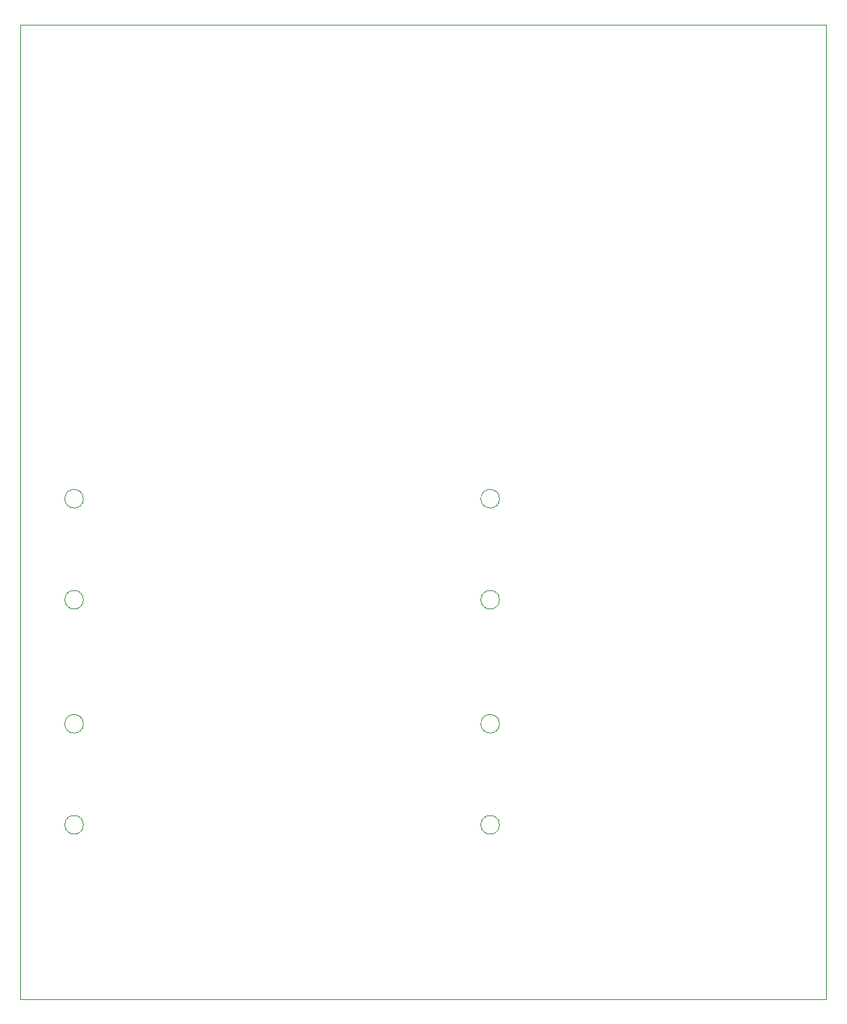
<source format=gbr>
%TF.GenerationSoftware,KiCad,Pcbnew,(6.0.8-1)-1*%
%TF.CreationDate,2023-12-29T18:01:10-06:00*%
%TF.ProjectId,Pico Robotic Controller,5069636f-2052-46f6-926f-74696320436f,V2*%
%TF.SameCoordinates,Original*%
%TF.FileFunction,Profile,NP*%
%FSLAX46Y46*%
G04 Gerber Fmt 4.6, Leading zero omitted, Abs format (unit mm)*
G04 Created by KiCad (PCBNEW (6.0.8-1)-1) date 2023-12-29 18:01:10*
%MOMM*%
%LPD*%
G01*
G04 APERTURE LIST*
%TA.AperFunction,Profile*%
%ADD10C,0.100000*%
%TD*%
%TA.AperFunction,Profile*%
%ADD11C,0.120000*%
%TD*%
G04 APERTURE END LIST*
D10*
X104064000Y-41211600D02*
X195064000Y-41211600D01*
X195064000Y-41211600D02*
X195064000Y-151211600D01*
X195064000Y-151211600D02*
X104064000Y-151211600D01*
X104064000Y-151211600D02*
X104064000Y-41211600D01*
D11*
%TO.C,U2*%
X158154000Y-120131600D02*
G75*
G03*
X158154000Y-120131600I-1050000J0D01*
G01*
X111154000Y-120131600D02*
G75*
G03*
X111154000Y-120131600I-1050000J0D01*
G01*
X111154000Y-131531600D02*
G75*
G03*
X111154000Y-131531600I-1050000J0D01*
G01*
X158154000Y-131531600D02*
G75*
G03*
X158154000Y-131531600I-1050000J0D01*
G01*
%TO.C,U3*%
X111154000Y-106131600D02*
G75*
G03*
X111154000Y-106131600I-1050000J0D01*
G01*
X158154000Y-94731600D02*
G75*
G03*
X158154000Y-94731600I-1050000J0D01*
G01*
X111154000Y-94731600D02*
G75*
G03*
X111154000Y-94731600I-1050000J0D01*
G01*
X158154000Y-106131600D02*
G75*
G03*
X158154000Y-106131600I-1050000J0D01*
G01*
%TD*%
M02*

</source>
